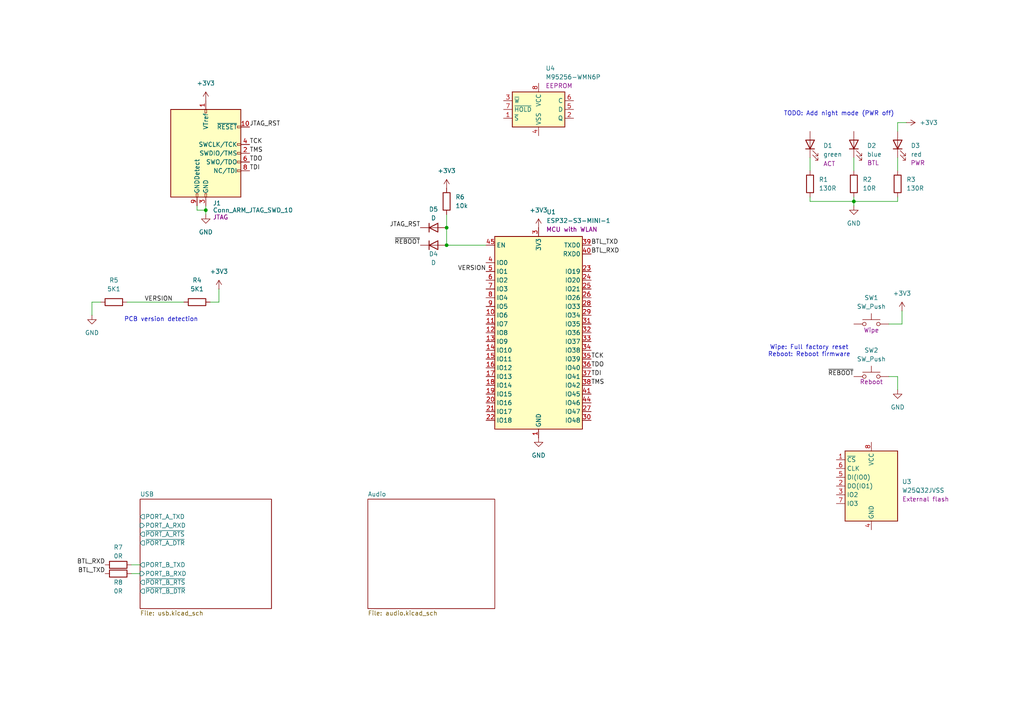
<source format=kicad_sch>
(kicad_sch (version 20231120) (generator "eeschema") (generator_version "8.0")
  (paper "A4")
  (title_block (title "soundbox"))
  (lib_symbols
    (symbol "Connector:Conn_ARM_JTAG_SWD_10" (pin_names (offset 1.016))
      (property "Reference" "J" (at -2.54 16.51 0))
      (property "Value" "Conn_ARM_JTAG_SWD_10" (at -2.54 13.97 0))
      (symbol "Conn_ARM_JTAG_SWD_10_0_1"
        (rectangle (start -10.16 12.7) (end 10.16 -12.7) (stroke (width 0.254)) (fill (type background)))
        (rectangle (start -2.794 -12.7) (end -2.286 -11.684))
        (rectangle (start -0.254 -12.7) (end 0.254 -11.684))
        (rectangle (start -0.254 12.7) (end 0.254 11.684))
        (rectangle (start 9.144 2.286) (end 10.16 2.794))
        (rectangle (start 10.16 -2.794) (end 9.144 -2.286))
        (rectangle (start 10.16 -0.254) (end 9.144 0.254))
        (rectangle (start 10.16 7.874) (end 9.144 7.366))
      )
      (symbol "Conn_ARM_JTAG_SWD_10_1_1"
        (rectangle (start 9.144 -5.334) (end 10.16 -4.826))
        (pin power_in line (at 0 15.24 270) (length 2.54) (name "VTref") (number "1"))
        (pin open_collector line (at 12.7 7.62 180) (length 2.54) (name "~{RESET}") (number "10"))
        (pin bidirectional line (at 12.7 0 180) (length 2.54) (name "SWDIO/TMS") (number "2"))
        (pin power_in line (at 0 -15.24 90) (length 2.54) (name "GND") (number "3"))
        (pin output line (at 12.7 2.54 180) (length 2.54) (name "SWCLK/TCK") (number "4"))
        (pin passive line (at 0 -15.24 90) (length 2.54) hide (name "GND") (number "5"))
        (pin input line (at 12.7 -2.54 180) (length 2.54) (name "SWO/TDO") (number "6"))
        (pin no_connect line (at -10.16 0 0) (length 2.54) hide (name "KEY") (number "7"))
        (pin output line (at 12.7 -5.08 180) (length 2.54) (name "NC/TDI") (number "8"))
        (pin passive line (at -2.54 -15.24 90) (length 2.54) (name "GNDDetect") (number "9"))
      )
    )
    (symbol "Device:D" (pin_numbers hide) (pin_names (offset 1.016) hide)
      (property "Reference" "D" (at 0 2.54 0))
      (property "Value" "D" (at 0 -2.54 0))
      (symbol "D_0_1"
        (polyline (pts (xy -1.27 1.27) (xy -1.27 -1.27)) (stroke (width 0.254)))
        (polyline (pts (xy 1.27 0) (xy -1.27 0)))
        (polyline (pts (xy 1.27 1.27) (xy 1.27 -1.27) (xy -1.27 0) (xy 1.27 1.27)) (stroke (width 0.254)))
      )
      (symbol "D_1_1"
        (pin passive line (at -3.81 0 0) (length 2.54) (name "K") (number "1"))
        (pin passive line (at 3.81 0 180) (length 2.54) (name "A") (number "2"))
      )
    )
    (symbol "Device:LED" (pin_numbers hide) (pin_names (offset 1.016) hide)
      (property "Reference" "D" (at 0 2.54 0))
      (property "Value" "LED" (at 0 -2.54 0))
      (symbol "LED_0_1"
        (polyline (pts (xy -1.27 -1.27) (xy -1.27 1.27)) (stroke (width 0.254)))
        (polyline (pts (xy -1.27 0) (xy 1.27 0)))
        (polyline (pts (xy 1.27 -1.27) (xy 1.27 1.27) (xy -1.27 0) (xy 1.27 -1.27)) (stroke (width 0.254)))
        (polyline (pts (xy -3.048 -0.762) (xy -4.572 -2.286) (xy -3.81 -2.286) (xy -4.572 -2.286) (xy -4.572 -1.524)))
        (polyline (pts (xy -1.778 -0.762) (xy -3.302 -2.286) (xy -2.54 -2.286) (xy -3.302 -2.286) (xy -3.302 -1.524)))
      )
      (symbol "LED_1_1"
        (pin passive line (at -3.81 0 0) (length 2.54) (name "K") (number "1"))
        (pin passive line (at 3.81 0 180) (length 2.54) (name "A") (number "2"))
      )
    )
    (symbol "Device:R" (pin_numbers hide) (pin_names (offset 0))
      (property "Reference" "R" (at 2.032 0 90))
      (property "Value" "R" (at 0 0 90))
      (symbol "R_0_1"
        (rectangle (start -1.016 -2.54) (end 1.016 2.54) (stroke (width 0.254)))
      )
      (symbol "R_1_1"
        (pin passive line (at 0 3.81 270) (length 1.27) (name "~") (number "1"))
        (pin passive line (at 0 -3.81 90) (length 1.27) (name "~") (number "2"))
      )
    )
    (symbol "Memory_EEPROM:M95256-WMN6P"
      (property "Reference" "U" (at -7.62 6.35 0))
      (property "Value" "M95256-WMN6P" (at 2.54 -6.35 0))
      (symbol "M95256-WMN6P_1_1"
        (rectangle (start -7.62 5.08) (end 7.62 -5.08) (stroke (width 0.254)) (fill (type background)))
        (pin input line (at -10.16 -2.54 0) (length 2.54) (name "~{S}") (number "1"))
        (pin output line (at 10.16 -2.54 180) (length 2.54) (name "Q") (number "2"))
        (pin input line (at -10.16 2.54 0) (length 2.54) (name "~{W}") (number "3"))
        (pin power_in line (at 0 -7.62 90) (length 2.54) (name "VSS") (number "4"))
        (pin input line (at 10.16 0 180) (length 2.54) (name "D") (number "5"))
        (pin input line (at 10.16 2.54 180) (length 2.54) (name "C") (number "6"))
        (pin input line (at -10.16 0 0) (length 2.54) (name "~{HOLD}") (number "7"))
        (pin power_in line (at 0 7.62 270) (length 2.54) (name "VCC") (number "8"))
      )
    )
    (symbol "Memory_Flash:W25Q32JVSS"
      (property "Reference" "U" (at -6.35 11.43 0))
      (property "Value" "W25Q32JVSS" (at 7.62 11.43 0))
      (symbol "W25Q32JVSS_0_1"
        (rectangle (start -7.62 10.16) (end 7.62 -10.16) (stroke (width 0.254)) (fill (type background)))
      )
      (symbol "W25Q32JVSS_1_1"
        (pin input line (at -10.16 7.62 0) (length 2.54) (name "~{CS}") (number "1"))
        (pin bidirectional line (at -10.16 0 0) (length 2.54) (name "DO(IO1)") (number "2"))
        (pin bidirectional line (at -10.16 -2.54 0) (length 2.54) (name "IO2") (number "3"))
        (pin power_in line (at 0 -12.7 90) (length 2.54) (name "GND") (number "4"))
        (pin bidirectional line (at -10.16 2.54 0) (length 2.54) (name "DI(IO0)") (number "5"))
        (pin input line (at -10.16 5.08 0) (length 2.54) (name "CLK") (number "6"))
        (pin bidirectional line (at -10.16 -5.08 0) (length 2.54) (name "IO3") (number "7"))
        (pin power_in line (at 0 12.7 270) (length 2.54) (name "VCC") (number "8"))
      )
    )
    (symbol "RF_Module:ESP32-S3-MINI-1"
      (property "Reference" "U" (at -11.43 29.21 0))
      (property "Value" "ESP32-S3-MINI-1" (at 12.7 29.21 0))
      (symbol "ESP32-S3-MINI-1_0_1"
        (rectangle (start -12.7 27.94) (end 12.7 -27.94) (stroke (width 0.254)) (fill (type background)))
      )
      (symbol "ESP32-S3-MINI-1_1_1"
        (pin power_in line (at 0 -30.48 90) (length 2.54) (name "GND") (number "1"))
        (pin bidirectional line (at -15.24 5.08 0) (length 2.54) (name "IO6") (number "10"))
        (pin bidirectional line (at -15.24 2.54 0) (length 2.54) (name "IO7") (number "11"))
        (pin bidirectional line (at -15.24 0 0) (length 2.54) (name "IO8") (number "12"))
        (pin bidirectional line (at -15.24 -2.54 0) (length 2.54) (name "IO9") (number "13"))
        (pin bidirectional line (at -15.24 -5.08 0) (length 2.54) (name "IO10") (number "14"))
        (pin bidirectional line (at -15.24 -7.62 0) (length 2.54) (name "IO11") (number "15"))
        (pin bidirectional line (at -15.24 -10.16 0) (length 2.54) (name "IO12") (number "16"))
        (pin bidirectional line (at -15.24 -12.7 0) (length 2.54) (name "IO13") (number "17"))
        (pin bidirectional line (at -15.24 -15.24 0) (length 2.54) (name "IO14") (number "18"))
        (pin bidirectional line (at -15.24 -17.78 0) (length 2.54) (name "IO15") (number "19"))
        (pin passive line (at 0 -30.48 90) (length 2.54) hide (name "GND") (number "2"))
        (pin bidirectional line (at -15.24 -20.32 0) (length 2.54) (name "IO16") (number "20"))
        (pin bidirectional line (at -15.24 -22.86 0) (length 2.54) (name "IO17") (number "21"))
        (pin bidirectional line (at -15.24 -25.4 0) (length 2.54) (name "IO18") (number "22"))
        (pin bidirectional line (at 15.24 17.78 180) (length 2.54) (name "IO19") (number "23"))
        (pin bidirectional line (at 15.24 15.24 180) (length 2.54) (name "IO20") (number "24"))
        (pin bidirectional line (at 15.24 12.7 180) (length 2.54) (name "IO21") (number "25"))
        (pin bidirectional line (at 15.24 10.16 180) (length 2.54) (name "IO26") (number "26"))
        (pin bidirectional line (at 15.24 -22.86 180) (length 2.54) (name "IO47") (number "27"))
        (pin bidirectional line (at 15.24 7.62 180) (length 2.54) (name "IO33") (number "28"))
        (pin bidirectional line (at 15.24 5.08 180) (length 2.54) (name "IO34") (number "29"))
        (pin power_in line (at 0 30.48 270) (length 2.54) (name "3V3") (number "3"))
        (pin bidirectional line (at 15.24 -25.4 180) (length 2.54) (name "IO48") (number "30"))
        (pin bidirectional line (at 15.24 2.54 180) (length 2.54) (name "IO35") (number "31"))
        (pin bidirectional line (at 15.24 0 180) (length 2.54) (name "IO36") (number "32"))
        (pin bidirectional line (at 15.24 -2.54 180) (length 2.54) (name "IO37") (number "33"))
        (pin bidirectional line (at 15.24 -5.08 180) (length 2.54) (name "IO38") (number "34"))
        (pin bidirectional line (at 15.24 -7.62 180) (length 2.54) (name "IO39") (number "35"))
        (pin bidirectional line (at 15.24 -10.16 180) (length 2.54) (name "IO40") (number "36"))
        (pin bidirectional line (at 15.24 -12.7 180) (length 2.54) (name "IO41") (number "37"))
        (pin bidirectional line (at 15.24 -15.24 180) (length 2.54) (name "IO42") (number "38"))
        (pin bidirectional line (at 15.24 25.4 180) (length 2.54) (name "TXD0") (number "39"))
        (pin bidirectional line (at -15.24 20.32 0) (length 2.54) (name "IO0") (number "4"))
        (pin bidirectional line (at 15.24 22.86 180) (length 2.54) (name "RXD0") (number "40"))
        (pin bidirectional line (at 15.24 -17.78 180) (length 2.54) (name "IO45") (number "41"))
        (pin passive line (at 0 -30.48 90) (length 2.54) hide (name "GND") (number "42"))
        (pin passive line (at 0 -30.48 90) (length 2.54) hide (name "GND") (number "43"))
        (pin bidirectional line (at 15.24 -20.32 180) (length 2.54) (name "IO46") (number "44"))
        (pin input line (at -15.24 25.4 0) (length 2.54) (name "EN") (number "45"))
        (pin passive line (at 0 -30.48 90) (length 2.54) hide (name "GND") (number "46"))
        (pin passive line (at 0 -30.48 90) (length 2.54) hide (name "GND") (number "47"))
        (pin passive line (at 0 -30.48 90) (length 2.54) hide (name "GND") (number "48"))
        (pin passive line (at 0 -30.48 90) (length 2.54) hide (name "GND") (number "49"))
        (pin bidirectional line (at -15.24 17.78 0) (length 2.54) (name "IO1") (number "5"))
        (pin passive line (at 0 -30.48 90) (length 2.54) hide (name "GND") (number "50"))
        (pin passive line (at 0 -30.48 90) (length 2.54) hide (name "GND") (number "51"))
        (pin passive line (at 0 -30.48 90) (length 2.54) hide (name "GND") (number "52"))
        (pin passive line (at 0 -30.48 90) (length 2.54) hide (name "GND") (number "53"))
        (pin passive line (at 0 -30.48 90) (length 2.54) hide (name "GND") (number "54"))
        (pin passive line (at 0 -30.48 90) (length 2.54) hide (name "GND") (number "55"))
        (pin passive line (at 0 -30.48 90) (length 2.54) hide (name "GND") (number "56"))
        (pin passive line (at 0 -30.48 90) (length 2.54) hide (name "GND") (number "57"))
        (pin passive line (at 0 -30.48 90) (length 2.54) hide (name "GND") (number "58"))
        (pin passive line (at 0 -30.48 90) (length 2.54) hide (name "GND") (number "59"))
        (pin bidirectional line (at -15.24 15.24 0) (length 2.54) (name "IO2") (number "6"))
        (pin passive line (at 0 -30.48 90) (length 2.54) hide (name "GND") (number "60"))
        (pin passive line (at 0 -30.48 90) (length 2.54) hide (name "GND") (number "61"))
        (pin passive line (at 0 -30.48 90) (length 2.54) hide (name "GND") (number "62"))
        (pin passive line (at 0 -30.48 90) (length 2.54) hide (name "GND") (number "63"))
        (pin passive line (at 0 -30.48 90) (length 2.54) hide (name "GND") (number "64"))
        (pin passive line (at 0 -30.48 90) (length 2.54) hide (name "GND") (number "65"))
        (pin bidirectional line (at -15.24 12.7 0) (length 2.54) (name "IO3") (number "7"))
        (pin bidirectional line (at -15.24 10.16 0) (length 2.54) (name "IO4") (number "8"))
        (pin bidirectional line (at -15.24 7.62 0) (length 2.54) (name "IO5") (number "9"))
      )
    )
    (symbol "Switch:SW_Push" (pin_numbers hide) (pin_names (offset 1.016) hide)
      (property "Reference" "SW" (at 1.27 2.54 0))
      (property "Value" "SW_Push" (at 0 -1.524 0))
      (symbol "SW_Push_0_1"
        (circle (center -2.032 0) (radius 0.508))
        (polyline (pts (xy 0 1.27) (xy 0 3.048)))
        (polyline (pts (xy 2.54 1.27) (xy -2.54 1.27)))
        (circle (center 2.032 0) (radius 0.508))
        (pin passive line (at -5.08 0 0) (length 2.54) (name "1") (number "1"))
        (pin passive line (at 5.08 0 180) (length 2.54) (name "2") (number "2"))
      )
    )
    (symbol "power:+3V3" (power) (pin_numbers hide) (pin_names (offset 0) hide)
      (property "Value" "+3V3" (at 0 3.556 0))
      (symbol "+3V3_0_1"
        (polyline (pts (xy -0.762 1.27) (xy 0 2.54)))
        (polyline (pts (xy 0 0) (xy 0 2.54)))
        (polyline (pts (xy 0 2.54) (xy 0.762 1.27)))
      )
      (symbol "+3V3_1_1"
        (pin power_in line (at 0 0 90) (length 0) (name "~") (number "1"))
      )
    )
    (symbol "power:GND" (power) (pin_numbers hide) (pin_names (offset 0) hide)
      (property "Value" "GND" (at 0 -3.81 0))
      (symbol "GND_0_1"
        (polyline (pts (xy 0 0) (xy 0 -1.27) (xy 1.27 -1.27) (xy 0 -2.54) (xy -1.27 -1.27) (xy 0 -1.27)))
      )
      (symbol "GND_1_1"
        (pin power_in line (at 0 0 270) (length 0) (name "~") (number "1"))
      )
    )
  )
  (junction (at 129.54 71.12))
  (junction (at 59.69 60.96))
  (junction (at 129.54 66.04))
  (junction (at 247.65 58.42))
  (wire (pts (xy 260.35 57.15) (xy 260.35 58.42)))
  (wire (pts (xy 234.95 58.42) (xy 247.65 58.42)))
  (wire (pts (xy 234.95 45.72) (xy 234.95 49.53)))
  (wire (pts (xy 36.83 87.63) (xy 53.34 87.63)))
  (wire (pts (xy 57.15 59.69) (xy 57.15 60.96)))
  (wire (pts (xy 260.35 109.22) (xy 260.35 113.03)))
  (wire (pts (xy 257.81 93.98) (xy 261.62 93.98)))
  (wire (pts (xy 257.81 109.22) (xy 260.35 109.22)))
  (wire (pts (xy 26.67 87.63) (xy 29.21 87.63)))
  (wire (pts (xy 261.62 90.17) (xy 261.62 93.98)))
  (wire (pts (xy 59.69 62.23) (xy 59.69 60.96)))
  (wire (pts (xy 59.69 60.96) (xy 57.15 60.96)))
  (wire (pts (xy 129.54 66.04) (xy 129.54 71.12)))
  (wire (pts (xy 260.35 35.56) (xy 262.89 35.56)))
  (wire (pts (xy 247.65 58.42) (xy 247.65 59.69)))
  (wire (pts (xy 129.54 71.12) (xy 140.97 71.12)))
  (wire (pts (xy 260.35 38.1) (xy 260.35 35.56)))
  (wire (pts (xy 63.5 87.63) (xy 63.5 83.82)))
  (wire (pts (xy 38.1 166.37) (xy 40.64 166.37)))
  (wire (pts (xy 129.54 62.23) (xy 129.54 66.04)))
  (wire (pts (xy 26.67 91.44) (xy 26.67 87.63)))
  (wire (pts (xy 60.96 87.63) (xy 63.5 87.63)))
  (wire (pts (xy 247.65 45.72) (xy 247.65 49.53)))
  (wire (pts (xy 260.35 45.72) (xy 260.35 49.53)))
  (wire (pts (xy 247.65 57.15) (xy 247.65 58.42)))
  (wire (pts (xy 59.69 59.69) (xy 59.69 60.96)))
  (wire (pts (xy 38.1 163.83) (xy 40.64 163.83)))
  (wire (pts (xy 247.65 58.42) (xy 260.35 58.42)))
  (wire (pts (xy 234.95 57.15) (xy 234.95 58.42)))
  (text "Wipe: Full factory reset\nReboot: Reboot firmware" (at 234.696 101.854 0) (effects (font (size 1.27 1.27))))
  (text "TODO: Add night mode (PWR off)" (at 243.332 33.02 0) (effects (font (size 1.27 1.27))))
  (text "PCB version detection" (at 46.736 92.71 0) (effects (font (size 1.27 1.27))))
  (label "VERSION" (at 41.91 87.63 0))
  (label "TCK" (at 72.39 41.91 0))
  (label "~{REBOOT}" (at 121.92 71.12 180))
  (label "~{REBOOT}" (at 247.65 109.22 180))
  (label "TDI" (at 171.45 109.22 0))
  (label "BTL_RXD" (at 171.45 73.66 0))
  (label "TDO" (at 171.45 106.68 0))
  (label "JTAG_RST" (at 121.92 66.04 180))
  (label "BTL_RXD" (at 30.48 163.83 180))
  (label "JTAG_RST" (at 72.39 36.83 0))
  (label "TCK" (at 171.45 104.14 0))
  (label "TDO" (at 72.39 46.99 0))
  (label "BTL_TXD" (at 171.45 71.12 0))
  (label "BTL_TXD" (at 30.48 166.37 180))
  (label "TMS" (at 72.39 44.45 0))
  (label "TMS" (at 171.45 111.76 0))
  (label "VERSION" (at 140.97 78.74 180))
  (label "TDI" (at 72.39 49.53 0))
  (symbol (lib_id "power:GND") (at 156.21 127 0) (unit 1)
    (property "Reference" "#PWR015" (effects (hide yes)))
    (property "Value" "GND" (at 156.21 132.08 0))
    (property "Description" "Power symbol creates a global label with name \"GND\" , ground" (effects (hide yes)))
  )
  (symbol (lib_id "power:GND") (at 247.65 59.69 0) (unit 1)
    (property "Reference" "#PWR012" (effects (hide yes)))
    (property "Value" "GND" (at 247.65 64.77 0))
    (property "Description" "Power symbol creates a global label with name \"GND\" , ground" (effects (hide yes)))
  )
  (symbol (lib_id "power:GND") (at 26.67 91.44 0) (unit 1)
    (property "Reference" "#PWR01" (effects (hide yes)))
    (property "Value" "GND" (at 26.67 96.52 0))
    (property "Description" "Power symbol creates a global label with name \"GND\" , ground" (effects (hide yes)))
  )
  (symbol (lib_id "RF_Module:ESP32-S3-MINI-1") (at 156.21 96.52 0) (unit 1)
    (property "Reference" "U1" (at 158.496 61.468 0) (effects (justify left)))
    (property "Value" "ESP32-S3-MINI-1" (at 158.496 64.008 0) (effects (justify left)))
    (property "Footprint" "RF_Module:ESP32-S2-MINI-1" (effects (hide yes)))
    (property "Datasheet" "https://www.espressif.com/sites/default/files/documentation/esp32-s3-mini-1_mini-1u_datasheet_en.pdf" (effects (hide yes)))
    (property "Description" "MCU with WLAN" (at 165.862 66.548 0))
    (property "MPN" "ESP32-S3-MINI-1-N8" (effects (hide yes)))
    (property "Manufacturer" "Espressif Systems" (effects (hide yes)))
  )
  (symbol (lib_id "Memory_Flash:W25Q32JVSS") (at 252.73 140.97 0) (unit 1)
    (property "Reference" "U3" (at 261.62 139.6999 0) (effects (justify left)))
    (property "Value" "W25Q32JVSS" (at 261.62 142.2399 0) (effects (justify left)))
    (property "Footprint" "Package_SO:SOIC-8_5.23x5.23mm_P1.27mm" (effects (hide yes)))
    (property "Datasheet" "http://www.winbond.com/resource-files/w25q32jv%20revg%2003272018%20plus.pdf" (effects (hide yes)))
    (property "Description" "External flash" (at 268.478 144.78 0))
    (property "MPN" "W25Q32JVSSIQ" (effects (hide yes)))
    (property "Manufacturer" "Winbond Electronics" (effects (hide yes)))
  )
  (symbol (lib_id "Connector:Conn_ARM_JTAG_SWD_10") (at 59.69 44.45 0) (unit 1)
    (property "Reference" "J1" (at 61.722 58.928 0) (effects (justify left)))
    (property "Value" "Conn_ARM_JTAG_SWD_10" (at 61.722 60.96 0) (effects (justify left)))
    (property "Datasheet" "https://mm.digikey.com/Volume0/opasdata/d220001/medias/docus/6209/ftsh-1xx-xx-xxx-dv-xxx-xxx-x-xx-mkt.pdf" (effects (hide yes)))
    (property "Description" "JTAG" (at 61.722 62.992 0) (effects (justify left)))
    (property "MPN" "FTSH-105-01-L-DV-007-K-TR" (effects (hide yes)))
    (property "Manufacturer" "samtec" (effects (hide yes)))
  )
  (symbol (lib_id "Switch:SW_Push") (at 252.73 109.22 0) (unit 1)
    (property "Reference" "SW2" (at 252.73 101.6 0))
    (property "Value" "SW_Push" (at 252.73 104.14 0))
    (property "Footprint" "Button_Switch_SMD:SW_SPST_TL3305B" (effects (hide yes)))
    (property "Datasheet" "https://www.e-switch.com/wp-content/uploads/2024/08/TL3305.pdf" (effects (hide yes)))
    (property "Description" "Reboot" (at 252.73 110.744 0))
    (property "MPN" "TL3305BF260QG" (effects (hide yes)))
    (property "Manufacturer" "E-Switch" (effects (hide yes)))
  )
  (symbol (lib_id "power:+3V3") (at 59.69 29.21 0) (unit 1)
    (property "Reference" "#PWR016" (effects (hide yes)))
    (property "Value" "+3V3" (at 59.69 24.13 0))
    (property "Description" "Power symbol creates a global label with name \"+3V3\"" (effects (hide yes)))
  )
  (symbol (lib_id "power:+3V3") (at 156.21 66.04 0) (unit 1)
    (property "Reference" "#PWR014" (effects (hide yes)))
    (property "Value" "+3V3" (at 156.21 60.96 0))
    (property "Description" "Power symbol creates a global label with name \"+3V3\"" (effects (hide yes)))
  )
  (symbol (lib_id "Device:R") (at 129.54 58.42 0) (unit 1)
    (property "Reference" "R6" (at 132.08 57.1499 0) (effects (justify left)))
    (property "Value" "10k" (at 132.08 59.6899 0) (effects (justify left)))
    (property "Description" "Resistor" (effects (hide yes)))
  )
  (symbol (lib_id "power:+3V3") (at 63.5 83.82 0) (unit 1)
    (property "Reference" "#PWR02" (effects (hide yes)))
    (property "Value" "+3V3" (at 63.5 78.74 0))
    (property "Description" "Power symbol creates a global label with name \"+3V3\"" (effects (hide yes)))
  )
  (symbol (lib_id "Device:R") (at 260.35 53.34 0) (unit 1)
    (property "Reference" "R3" (at 262.89 52.0699 0) (effects (justify left)))
    (property "Value" "130R" (at 262.89 54.6099 0) (effects (justify left)))
    (property "Footprint" "Resistor_SMD:R_0603_1608Metric" (effects (hide yes)))
    (property "Datasheet" "https://industrial.panasonic.com/cdbs/www-data/pdf/RDA0000/AOA0000C304.pdf" (effects (hide yes)))
    (property "Description" "Resistor" (effects (hide yes)))
    (property "MPN" "ERJ-3EKF1300V" (effects (hide yes)))
    (property "Manufacturer" "Panasonic Electronic Components" (effects (hide yes)))
  )
  (symbol (lib_id "Device:R") (at 34.29 166.37 270) (unit 1)
    (property "Reference" "R8" (at 34.29 168.91 90))
    (property "Value" "0R" (at 34.29 171.45 90))
    (property "Description" "Resistor" (effects (hide yes)))
  )
  (symbol (lib_id "Switch:SW_Push") (at 252.73 93.98 0) (unit 1)
    (property "Reference" "SW1" (at 252.73 86.36 0))
    (property "Value" "SW_Push" (at 252.73 88.9 0))
    (property "Footprint" "Button_Switch_SMD:SW_SPST_TL3305B" (effects (hide yes)))
    (property "Datasheet" "https://www.e-switch.com/wp-content/uploads/2024/08/TL3305.pdf" (effects (hide yes)))
    (property "Description" "Wipe" (at 252.73 95.758 0))
    (property "MPN" "TL3305BF260QG" (effects (hide yes)))
    (property "Manufacturer" "E-Switch" (effects (hide yes)))
  )
  (symbol (lib_id "power:+3V3") (at 129.54 54.61 0) (unit 1)
    (property "Reference" "#PWR018" (effects (hide yes)))
    (property "Value" "+3V3" (at 129.54 49.53 0))
    (property "Description" "Power symbol creates a global label with name \"+3V3\"" (effects (hide yes)))
  )
  (symbol (lib_id "Device:D") (at 125.73 71.12 0) (unit 1)
    (property "Reference" "D4" (at 125.73 73.66 0))
    (property "Value" "D" (at 125.73 76.2 0))
    (property "Description" "Diode" (effects (hide yes)))
    (property "Sim.Device" "D" (effects (hide yes)))
    (property "Sim.Pins" "1=K 2=A" (effects (hide yes)))
  )
  (symbol (lib_id "Device:R") (at 247.65 53.34 0) (unit 1)
    (property "Reference" "R2" (at 250.19 52.0699 0) (effects (justify left)))
    (property "Value" "10R" (at 250.19 54.6099 0) (effects (justify left)))
    (property "Footprint" "Resistor_SMD:R_0603_1608Metric" (effects (hide yes)))
    (property "Datasheet" "https://industrial.panasonic.com/cdbs/www-data/pdf/RDO0000/AOA0000C331.pdf" (effects (hide yes)))
    (property "Description" "Resistor" (effects (hide yes)))
    (property "MPN" "ERJ-PA3F10R0V" (effects (hide yes)))
    (property "Manufacturer" "Panasonic Electronic Components" (effects (hide yes)))
  )
  (symbol (lib_id "power:+3V3") (at 261.62 90.17 0) (unit 1)
    (property "Reference" "#PWR011" (effects (hide yes)))
    (property "Value" "+3V3" (at 261.62 85.09 0))
    (property "Description" "Power symbol creates a global label with name \"+3V3\"" (effects (hide yes)))
  )
  (symbol (lib_id "power:GND") (at 59.69 62.23 0) (unit 1)
    (property "Reference" "#PWR017" (effects (hide yes)))
    (property "Value" "GND" (at 59.69 67.31 0))
    (property "Description" "Power symbol creates a global label with name \"GND\" , ground" (effects (hide yes)))
  )
  (symbol (lib_id "Device:R") (at 34.29 163.83 270) (unit 1)
    (property "Reference" "R7" (at 34.29 158.75 90))
    (property "Value" "0R" (at 34.29 161.29 90))
    (property "Description" "Resistor" (effects (hide yes)))
  )
  (symbol (lib_id "Device:D") (at 125.73 66.04 0) (unit 1)
    (property "Reference" "D5" (at 125.73 60.706 0))
    (property "Value" "D" (at 125.73 63.246 0))
    (property "Description" "Diode" (effects (hide yes)))
    (property "Sim.Device" "D" (effects (hide yes)))
    (property "Sim.Pins" "1=K 2=A" (effects (hide yes)))
  )
  (symbol (lib_id "Device:R") (at 33.02 87.63 270) (unit 1)
    (property "Reference" "R5" (at 33.02 81.28 90))
    (property "Value" "5K1" (at 33.02 83.82 90))
    (property "Footprint" "Resistor_SMD:R_0603_1608Metric" (effects (hide yes)))
    (property "Datasheet" "https://industrial.panasonic.com/cdbs/www-data/pdf/RDA0000/AOA0000C304.pdf" (effects (hide yes)))
    (property "Description" "Resistor" (effects (hide yes)))
    (property "MPN" "ERJ-3EKF5101V" (effects (hide yes)))
    (property "Manufacturer" "Panasonic Electronic Components" (effects (hide yes)))
  )
  (symbol (lib_id "Device:LED") (at 234.95 41.91 90) (unit 1)
    (property "Reference" "D1" (at 238.76 42.2274 90) (effects (justify right)))
    (property "Value" "green" (at 238.76 44.7674 90) (effects (justify right)))
    (property "Footprint" "LED_SMD:LED_1206_3216Metric" (effects (hide yes)))
    (property "Datasheet" "https://s3-us-west-2.amazonaws.com/catsy.557/Dialight_CBI_data_598-1206_Apr2018.pdf" (effects (hide yes)))
    (property "Description" "ACT" (at 240.538 47.498 90))
    (property "MPN" "598-8270-107F" (effects (hide yes)))
    (property "Manufacturer" "Dialight" (effects (hide yes)))
  )
  (symbol (lib_id "Device:R") (at 57.15 87.63 90) (unit 1)
    (property "Reference" "R4" (at 57.15 81.28 90))
    (property "Value" "5K1" (at 57.15 83.82 90))
    (property "Footprint" "Resistor_SMD:R_0603_1608Metric" (effects (hide yes)))
    (property "Datasheet" "https://industrial.panasonic.com/cdbs/www-data/pdf/RDA0000/AOA0000C304.pdf" (effects (hide yes)))
    (property "Description" "Resistor" (effects (hide yes)))
    (property "MPN" "ERJ-3EKF5101V" (effects (hide yes)))
    (property "Manufacturer" "Panasonic Electronic Components" (effects (hide yes)))
  )
  (symbol (lib_id "Device:R") (at 234.95 53.34 0) (unit 1)
    (property "Reference" "R1" (at 237.49 52.0699 0) (effects (justify left)))
    (property "Value" "130R" (at 237.49 54.6099 0) (effects (justify left)))
    (property "Footprint" "Resistor_SMD:R_0603_1608Metric" (effects (hide yes)))
    (property "Datasheet" "https://industrial.panasonic.com/cdbs/www-data/pdf/RDA0000/AOA0000C304.pdf" (effects (hide yes)))
    (property "Description" "Resistor" (effects (hide yes)))
    (property "MPN" "ERJ-3EKF1300V" (effects (hide yes)))
    (property "Manufacturer" "Panasonic Electronic Components" (effects (hide yes)))
  )
  (symbol (lib_id "Memory_EEPROM:M95256-WMN6P") (at 156.21 31.75 0) (unit 1)
    (property "Reference" "U4" (at 158.242 19.812 0) (effects (justify left)))
    (property "Value" "M95256-WMN6P" (at 158.242 22.352 0) (effects (justify left)))
    (property "Footprint" "Package_SO:SOIC-8_3.9x4.9mm_P1.27mm" (effects (hide yes)))
    (property "Datasheet" "http://www.st.com/content/ccc/resource/technical/document/datasheet/9d/75/f0/3e/76/00/4c/0b/CD00103810.pdf/files/CD00103810.pdf/jcr:content/translations/en.CD00103810.pdf" (effects (hide yes)))
    (property "Description" "EEPROM" (at 162.1439 24.892 0))
    (property "MPN" "M95256-WMN6P" (effects (hide yes)))
    (property "Manufacturer" "STMicroelectronics" (effects (hide yes)))
  )
  (symbol (lib_id "Device:LED") (at 260.35 41.91 90) (unit 1)
    (property "Reference" "D3" (at 264.16 42.2274 90) (effects (justify right)))
    (property "Value" "red" (at 264.16 44.7674 90) (effects (justify right)))
    (property "Footprint" "LED_SMD:LED_1206_3216Metric" (effects (hide yes)))
    (property "Datasheet" "https://s3-us-west-2.amazonaws.com/catsy.557/Dialight_CBI_data_598-1206_Apr2018.pdf" (effects (hide yes)))
    (property "Description" "PWR" (at 266.192 47.244 90))
    (property "MPN" "598-8210-107F" (effects (hide yes)))
    (property "Manufacturer" "Dialight" (effects (hide yes)))
  )
  (symbol (lib_id "power:GND") (at 260.35 113.03 0) (unit 1)
    (property "Reference" "#PWR019" (effects (hide yes)))
    (property "Value" "GND" (at 260.35 118.11 0))
    (property "Description" "Power symbol creates a global label with name \"GND\" , ground" (effects (hide yes)))
  )
  (symbol (lib_id "power:+3V3") (at 262.89 35.56 270) (unit 1)
    (property "Reference" "#PWR013" (effects (hide yes)))
    (property "Value" "+3V3" (at 266.7 35.5599 90) (effects (justify left)))
    (property "Description" "Power symbol creates a global label with name \"+3V3\"" (effects (hide yes)))
  )
  (symbol (lib_id "Device:LED") (at 247.65 41.91 90) (unit 1)
    (property "Reference" "D2" (at 251.46 42.2274 90) (effects (justify right)))
    (property "Value" "blue" (at 251.46 44.7674 90) (effects (justify right)))
    (property "Footprint" "LED_SMD:LED_1206_3216Metric" (effects (hide yes)))
    (property "Datasheet" "https://s3-us-west-2.amazonaws.com/catsy.557/Dialight_CBI_data_598-1206_Apr2018.pdf" (effects (hide yes)))
    (property "Description" "BTL" (at 253.238 47.244 90))
    (property "MPN" "598-8291-107F" (effects (hide yes)))
    (property "Manufacturer" "Dialight" (effects (hide yes)))
  )
  (sheet (at 40.64 144.78) (size 38.1 31.75) (stroke (width 0.1524))
    (property "Sheetname" "USB" (at 40.64 144.0684 0) (effects (justify left bottom)))
    (property "Sheetfile" "usb.kicad_sch" (at 40.64 177.1146 0) (effects (justify left top)))
    (pin "PORT_A_TXD" output (at 40.64 149.86 180))
    (pin "PORT_A_RXD" input (at 40.64 152.4 180))
    (pin "PORT_B_TXD" output (at 40.64 163.83 180))
    (pin "PORT_B_RXD" input (at 40.64 166.37 180))
    (pin "~{PORT_B_RTS}" output (at 40.64 168.91 180))
    (pin "~{PORT_B_DTR}" output (at 40.64 171.45 180))
    (pin "~{PORT_A_RTS}" output (at 40.64 154.94 180))
    (pin "~{PORT_A_DTR}" output (at 40.64 157.48 180))
  )
  (sheet (at 106.68 144.78) (size 36.83 31.75) (stroke (width 0.1524))
    (property "Sheetname" "Audio" (at 106.68 144.0684 0) (effects (justify left bottom)))
    (property "Sheetfile" "audio.kicad_sch" (at 106.68 177.1146 0) (effects (justify left top)))
  )
)
</source>
